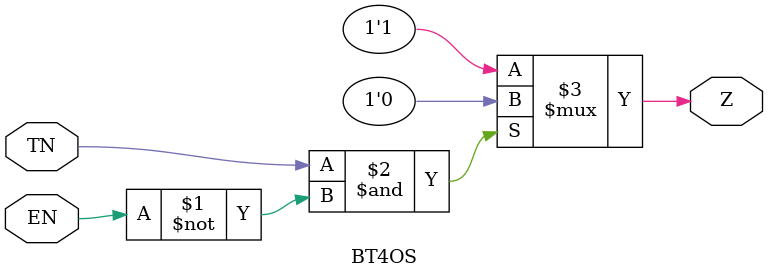
<source format=sv>

module BT4OS
(
    input   EN,
    input   TN,
    output  Z
);

assign Z = (TN & ~(EN)) ? 1'b0 : 1'b1;    // technically 1 should float i think.. revisit when i have a cpu to care about

endmodule
</source>
